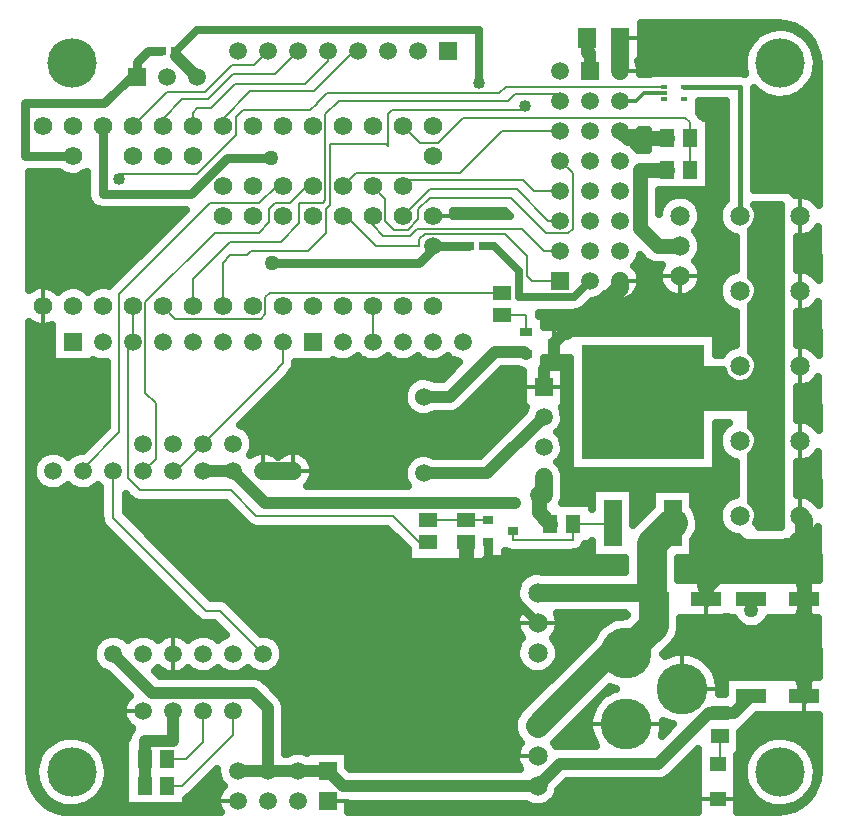
<source format=gtl>
G04 DipTrace Beta 2.9.0.1*
G04 TeensyArbotixPro.gtl*
%MOIN*%
G04 #@! TF.FileFunction,Copper,L1,Top*
G04 #@! TF.Part,Single*
G04 #@! TA.AperFunction,ViaPad*
%ADD13C,0.04*%
G04 #@! TA.AperFunction,Conductor,NotC*
%ADD14C,0.027559*%
%ADD17C,0.03*%
%ADD18C,0.008*%
%ADD19C,0.015*%
G04 #@! TA.AperFunction,ComponentPad*
%ADD20C,0.06*%
%ADD21C,0.059055*%
G04 #@! TA.AperFunction,ViaPad*
%ADD22C,0.05*%
G04 #@! TA.AperFunction,Conductor,NotC*
%ADD23C,0.011811*%
%ADD24C,0.031496*%
%ADD25C,0.03937*%
%ADD26C,0.051181*%
%ADD28C,0.1*%
%ADD29C,0.08*%
G04 #@! TA.AperFunction,CopperBalancing*
%ADD30C,0.025*%
%ADD31C,0.013*%
G04 #@! TA.AperFunction,ComponentPad*
%ADD33C,0.065199*%
%ADD34C,0.059055*%
G04 #@! TA.AperFunction,SMDPad,CuDef*
%ADD35R,0.062992X0.070866*%
%ADD37R,0.1X0.05*%
G04 #@! TA.AperFunction,ComponentPad*
%ADD38R,0.059055X0.059055*%
G04 #@! TA.AperFunction,SMDPad,CuDef*
%ADD39R,0.055118X0.047244*%
%ADD41R,0.041339X0.025591*%
%ADD42R,0.059055X0.155512*%
%ADD43R,0.409449X0.38189*%
%ADD45R,0.035433X0.031496*%
%ADD46R,0.051181X0.059055*%
%ADD47R,0.035433X0.027559*%
%ADD48R,0.059055X0.051181*%
%ADD49R,0.019685X0.017717*%
%ADD50R,0.019685X0.014764*%
%ADD51R,0.025591X0.011811*%
G04 #@! TA.AperFunction,ComponentPad*
%ADD52C,0.06194*%
%ADD53C,0.17*%
G04 #@! TA.AperFunction,ViaPad*
%ADD55C,0.165*%
%FSLAX26Y26*%
G04*
G70*
G90*
G75*
G01*
G04 Top*
%LPD*%
X2863350Y1169000D2*
D13*
Y1131000D1*
X1035850Y1594000D2*
X1135850D1*
X2325850Y2229000D2*
D14*
X2270850Y2174000D1*
X2088075D1*
Y2261441D1*
X2006516Y2343000D1*
X1971850D1*
Y2345000D1*
X935850Y794000D2*
D13*
Y693528D1*
X840850D1*
Y634000D1*
X2325850Y2929000D2*
Y2988528D1*
X2315850D1*
Y3036000D1*
X1135850Y1594000D2*
X1242858Y1486992D1*
X2075850D1*
X840850Y634000D2*
X841047Y544000D1*
X1772898Y1586047D2*
X1982898D1*
X2170850Y1774000D1*
X2150850Y544000D2*
X1500850D1*
X1450850Y594000D1*
X1350850D1*
X1250850D1*
X1150850D1*
X2758850Y786402D2*
X2805752D1*
X2863350Y844000D1*
X2758850Y786402D2*
X2721252D1*
X2553850Y619000D1*
X2225850D1*
X2150850Y544000D1*
X1250850Y594000D2*
Y803528D1*
X1200850Y853528D1*
X866323D1*
X735850Y984000D1*
X1954157Y2887000D2*
D14*
Y3065000D1*
X1016850D1*
X945850Y2994000D1*
Y2979000D1*
D13*
X1015850Y2909000D1*
X1260850Y2639000D2*
D17*
X1115850D1*
X995850Y2519000D1*
X700850D1*
Y2744000D1*
X1800850Y2344000D2*
X1919669D1*
X1920669Y2345000D1*
X1265850Y2289000D2*
X1755850D1*
X1805850Y2339000D1*
X1800850Y2344000D1*
X800850Y2144000D2*
D18*
Y2024000D1*
X785850Y2039000D1*
Y1570000D1*
X825850Y1530000D1*
X1128850D1*
X1213850Y1445000D1*
X1667850D1*
X1756252Y1356598D1*
X1785850D1*
X1000850Y2144000D2*
Y2234000D1*
X1125850Y2359000D1*
X1295850D1*
X1357243Y2420392D1*
Y2489000D1*
X1435850D1*
X1442850Y2496000D1*
Y2783000D1*
X1488850Y2829000D1*
X2053850D1*
X2076850Y2852000D1*
X2225850D1*
Y2829000D1*
X1100850Y2144000D2*
Y2289000D1*
X1125850Y2314000D1*
X1180850D1*
X1195850Y2329000D1*
X1385850D1*
X1445850Y2389000D1*
Y2469000D1*
X1458850Y2482000D1*
Y2684000D1*
X1645850D1*
X1650850Y2679000D1*
Y2784000D1*
X1665850Y2799000D1*
X2119850D1*
X2107850Y2811000D1*
X735850Y1594000D2*
Y1439000D1*
X1045850Y1129000D1*
X1090850D1*
X1235850Y984000D1*
X1400850Y2544000D2*
Y2564000D1*
X1325850Y2489000D1*
X1275850D1*
X1255850Y2469000D1*
Y2424000D1*
X1220850Y2389000D1*
X1075850D1*
X843823Y2156972D1*
Y1853610D1*
X877378Y1820055D1*
Y1635528D1*
X835850Y1594000D1*
X1300850Y2544000D2*
X1280850D1*
X1223823Y2486972D1*
X1058823D1*
X756850Y2185000D1*
Y1723000D1*
X635850Y1602000D1*
Y1594000D1*
X755850Y2569000D2*
Y2584000D1*
X1015850D1*
X1145850Y2714000D1*
Y2774000D1*
X1167850Y2796000D1*
X1391850D1*
X1414661Y2818811D1*
Y2819811D1*
X1447850Y2853000D1*
X2022850D1*
X2045346Y2875496D1*
X2572622D1*
X1600850Y2144000D2*
Y2024000D1*
X2658370Y2704000D2*
Y2756528D1*
X2642370Y2772528D1*
X1903039D1*
X1817484Y2686972D1*
X1757878D1*
X1700850Y2744000D1*
X2658134Y2599000D2*
X2658370Y2704000D1*
X1035850Y794000D2*
Y690000D1*
X979850Y634000D1*
X915654D1*
X1135850Y794000D2*
Y714000D1*
X965850Y544000D1*
X915850D1*
X1550850Y2994000D2*
X1537850D1*
X1404850Y2861000D1*
X1192850D1*
X1100850Y2769000D1*
Y2744000D1*
X1000850D2*
Y2786972D1*
X1016850Y2802972D1*
X1061823D1*
X1143850Y2885000D1*
X1375850D1*
X1450850Y2960000D1*
Y2994000D1*
X900850Y2744000D2*
Y2769000D1*
X966850Y2835000D1*
X1052850D1*
X1135850Y2918000D1*
X1274850D1*
X1350850Y2994000D1*
X1250850D2*
X1205850Y2949000D1*
X1131850D1*
X1040850Y2858000D1*
X914850D1*
X800850Y2744000D1*
X1500850Y2444000D2*
Y2454000D1*
X1610850Y2344000D1*
X1755963D1*
Y2366113D1*
X1774850Y2385000D1*
X2041634D1*
X2115854Y2310780D1*
Y2245000D1*
X2131854Y2229000D1*
X2225850D1*
Y2329000D2*
X2172469D1*
X2099469Y2402000D1*
X1749850D1*
X1726850Y2379000D1*
X1635850D1*
X1600850Y2414000D1*
Y2444000D1*
X2225850Y2429000D2*
X2185850D1*
X2080850Y2534000D1*
X1790850D1*
X1700850Y2444000D1*
X2225850Y2529000D2*
X2137917D1*
X2102917Y2564000D1*
X1700850D1*
Y2544000D1*
X900850Y2144000D2*
X943823Y2101028D1*
X1227823D1*
X1243823Y2117028D1*
Y2172803D1*
X1259823Y2188803D1*
X2030850D1*
X1600850Y2544000D2*
X1643823Y2501028D1*
Y2426028D1*
X1670850Y2399000D1*
X1717850D1*
X1752781Y2433930D1*
Y2465930D1*
X1790850Y2504000D1*
X2060850D1*
X2178323Y2386528D1*
X2251378D1*
X2267378Y2402528D1*
Y2587472D1*
X2225850Y2629000D1*
Y2729000D2*
X2032551D1*
X1891028Y2587476D1*
X1544327D1*
X1500850Y2544000D1*
X1300850Y2024000D2*
Y1953992D1*
X1284849Y1937991D1*
Y1932999D1*
X1035850Y1684000D1*
X935850Y1594000D2*
X945850D1*
X1035850Y1684000D1*
X2825850Y2444000D2*
D19*
Y2874000D1*
X2639551D1*
X3038350Y844000D2*
D22*
Y899000D1*
D20*
Y1114000D1*
D22*
Y1169000D1*
Y1224000D1*
D20*
Y1304000D1*
Y1431500D1*
X3025850Y1444000D1*
X2713350Y1169000D2*
D22*
Y1211500D1*
D20*
X2805850Y1304000D1*
X3038350D1*
X2425850Y2829000D2*
D23*
X2480437D1*
X2505752Y2854315D1*
X2569669D1*
X2150850Y1089000D2*
D24*
X1997724Y1242126D1*
X1986480Y1253370D1*
Y1356598D1*
X2170850Y1874000D2*
D25*
Y1933213D1*
X2204433Y1966795D1*
Y2021598D1*
X2425850Y2729000D2*
D26*
X2450850Y2704000D1*
X2583567D1*
X1910850Y1295417D2*
Y1356598D1*
X2425850Y2929000D2*
D20*
Y3036000D1*
X2426087D1*
X1235850Y1594000D2*
D21*
X1335850D1*
X2425850Y2229000D2*
Y2204000D1*
D20*
X2330850Y2109000D1*
X2280850D1*
X2255850Y2084000D1*
Y2073016D1*
X2245134Y2062299D1*
D25*
X2204433Y2021598D1*
X1910850Y1295417D2*
D13*
Y1259000D1*
D20*
X1935850Y1234000D1*
X1989598D1*
X1997724Y1242126D1*
X1772898Y1842000D2*
D13*
X1858654D1*
X2007789Y1991135D1*
D25*
X2106944D1*
X2113882Y1984197D1*
X2030850Y2114000D2*
D18*
X2113882D1*
Y2059000D1*
X2758850Y711598D2*
Y618055D1*
X2750850D1*
X2268252Y1419000D2*
X2400198D1*
X2400848Y1419650D1*
X2268252Y1419000D2*
Y1364252D1*
X2069157D1*
Y1394000D1*
X1986480Y1431402D2*
X1910850D1*
X1785850D1*
X2925850Y2444000D2*
D20*
Y2194000D1*
Y1944000D1*
Y1834000D1*
Y1694000D1*
Y1444000D1*
X2500850Y1825181D2*
X2925850D1*
Y1834000D1*
X2538350Y1169000D2*
D28*
X2530850Y1180904D1*
Y1349630D1*
X2600850Y1419630D1*
X2170850Y1574000D2*
D21*
Y1514472D1*
D20*
X2154140D1*
D26*
Y1458308D1*
X2193449Y1419000D1*
X2150850Y1189000D2*
D20*
X2518350D1*
D22*
X2538350Y1169000D1*
X2625850Y2344000D2*
D26*
X2552150D1*
X2490969Y2405181D1*
Y2599000D1*
X2583331D1*
X2538350Y1169000D2*
D28*
Y1114000D1*
Y1078500D1*
X2446850Y987000D1*
D29*
X2393850D1*
X2150850Y744000D1*
X894669Y2994000D2*
D17*
X853850D1*
X815850Y2956000D1*
Y2909000D1*
X795850D1*
X707026Y2820176D1*
X440850D1*
Y2644000D1*
X600850D1*
D22*
X2863350Y1131000D3*
D13*
X2107850Y2811000D3*
D55*
X2959906Y590850D3*
X597701D3*
Y2953055D3*
X2959906D3*
D13*
X1910850Y1295417D3*
X2075850Y1486992D3*
X1954157Y2887000D3*
D22*
X1265850Y2289000D3*
X1260850Y2639000D3*
D13*
X755850Y2569000D3*
X2885967Y2456631D2*
D30*
X2960655D1*
X2885967Y2431762D2*
X2960655D1*
X2874249Y2406894D2*
X2960655D1*
X2866046Y2382025D2*
X2960655D1*
X2866046Y2357156D2*
X2960655D1*
X2866046Y2332287D2*
X2960655D1*
X2866046Y2307419D2*
X2960655D1*
X2866046Y2282550D2*
X2960655D1*
X2866046Y2257681D2*
X2960655D1*
X2873077Y2232812D2*
X2960655D1*
X2885967Y2207944D2*
X2960655D1*
X2886358Y2183075D2*
X2960655D1*
X2875421Y2158206D2*
X2960655D1*
X2866046Y2133337D2*
X2960655D1*
X2866046Y2108469D2*
X2960655D1*
X2866046Y2083600D2*
X2960655D1*
X2866046Y2058731D2*
X2960655D1*
X2866046Y2033862D2*
X2960655D1*
X2866046Y2008993D2*
X2960655D1*
X2871906Y1984125D2*
X2960655D1*
X2885577Y1959256D2*
X2960655D1*
X2886749Y1934387D2*
X2960655D1*
X2416046Y1909518D2*
X2775499D1*
X2876202D2*
X2960655D1*
X2416046Y1884650D2*
X2960655D1*
X2416046Y1859781D2*
X2960655D1*
X2416046Y1834912D2*
X2960655D1*
X2416046Y1810043D2*
X2960655D1*
X2865655Y1785175D2*
X2960655D1*
X2865655Y1760306D2*
X2960655D1*
X2870343Y1735437D2*
X2960655D1*
X2885186Y1710568D2*
X2960655D1*
X2886749Y1685699D2*
X2960655D1*
X2877374Y1660831D2*
X2960655D1*
X2865655Y1635962D2*
X2960655D1*
X2865655Y1611093D2*
X2960655D1*
X2865655Y1586224D2*
X2960655D1*
X2865655Y1561356D2*
X2960655D1*
X2865655Y1536487D2*
X2960655D1*
X2865655Y1511618D2*
X2960655D1*
X2869171Y1486749D2*
X2960655D1*
X2884795Y1461881D2*
X2960655D1*
X2887139Y1437012D2*
X2960655D1*
X2887921Y1412143D2*
X2960655D1*
X2863182Y1739381D2*
X2867723Y1735696D1*
X2875545Y1725974D1*
X2881150Y1714828D1*
X2884290Y1702753D1*
X2884942Y1694000D1*
X2883625Y1681593D1*
X2879732Y1669739D1*
X2873437Y1658967D1*
X2863433Y1648626D1*
X2863182Y1489381D1*
X2867723Y1485696D1*
X2875545Y1475974D1*
X2881150Y1464828D1*
X2884290Y1452753D1*
X2884942Y1444000D1*
X2883625Y1431593D1*
X2879854Y1420109D1*
X2884827Y1413130D1*
X2887379Y1406194D1*
X2938350Y1406500D1*
X2962959D1*
X2963350Y1494000D1*
Y2481109D1*
X2875850Y2481500D1*
X2871554D1*
X2875545Y2475974D1*
X2881150Y2464828D1*
X2884290Y2452753D1*
X2884942Y2444000D1*
X2883625Y2431593D1*
X2879732Y2419739D1*
X2873437Y2408967D1*
X2863433Y2398626D1*
X2863350Y2239703D1*
X2875545Y2225974D1*
X2881150Y2214828D1*
X2884290Y2202753D1*
X2884942Y2194000D1*
X2883625Y2181593D1*
X2879732Y2169739D1*
X2873437Y2158967D1*
X2863433Y2148626D1*
X2863350Y1989703D1*
X2875545Y1975974D1*
X2881150Y1964828D1*
X2884290Y1952753D1*
X2884942Y1944000D1*
X2883625Y1931593D1*
X2879732Y1919739D1*
X2873437Y1908967D1*
X2865021Y1899756D1*
X2854858Y1892518D1*
X2843403Y1887575D1*
X2831164Y1885147D1*
X2818689Y1885344D1*
X2806533Y1888155D1*
X2795239Y1893455D1*
X2785308Y1901009D1*
X2777186Y1910480D1*
X2771232Y1921445D1*
X2768264Y1931545D1*
X2413741Y1931500D1*
X2413350Y1844000D1*
Y1806891D1*
X2500850Y1806500D1*
X2850850D1*
X2861395Y1800381D1*
X2863350Y1793609D1*
Y1739703D1*
X2498648Y3062537D2*
X2905757D1*
X3013883D2*
X3027428D1*
X2498648Y3037668D2*
X2870992D1*
X2498648Y3012799D2*
X2852243D1*
X2498648Y2987930D2*
X2841696D1*
X2498648Y2963062D2*
X2837008D1*
X2495915Y2938193D2*
X2837399D1*
X3064664Y2888455D2*
X3085055D1*
X3043961Y2863587D2*
X3085055D1*
X2874429Y2838718D2*
X2917867D1*
X3002164D2*
X3085055D1*
X2690445Y2813849D2*
X2777243D1*
X2874429D2*
X3085055D1*
X2690445Y2788980D2*
X2777243D1*
X2874429D2*
X3085055D1*
X2724820Y2764112D2*
X2777243D1*
X2874429D2*
X3085055D1*
X2724820Y2739243D2*
X2777243D1*
X2874429D2*
X3085055D1*
X2494743Y2714374D2*
X2517085D1*
X2724820D2*
X2777243D1*
X2874429D2*
X3085055D1*
X2483804Y2689505D2*
X2517085D1*
X2724820D2*
X2777243D1*
X2874429D2*
X3085055D1*
X2486148Y2664636D2*
X2516696D1*
X2724820D2*
X2777243D1*
X2874429D2*
X3085055D1*
X2724820Y2639768D2*
X2777243D1*
X2874429D2*
X3085055D1*
X2724820Y2614899D2*
X2777243D1*
X2874429D2*
X3085055D1*
X459196Y2590030D2*
X554585D1*
X2724820D2*
X2777243D1*
X2874429D2*
X3085055D1*
X459196Y2565161D2*
X644820D1*
X2724820D2*
X2777243D1*
X2874429D2*
X3085055D1*
X459196Y2540293D2*
X644820D1*
X2724820D2*
X2777243D1*
X2874429D2*
X3085055D1*
X459196Y2515424D2*
X644820D1*
X2557633D2*
X2777243D1*
X3010367D2*
X3085055D1*
X459196Y2490555D2*
X653024D1*
X2682243D2*
X2769429D1*
X459196Y2465686D2*
X694039D1*
X2695915D2*
X2755757D1*
X459196Y2440818D2*
X949899D1*
X2699429D2*
X2752243D1*
X459196Y2415949D2*
X925289D1*
X2693571D2*
X2758101D1*
X459196Y2391080D2*
X900289D1*
X2681461D2*
X2775680D1*
X459196Y2366211D2*
X875289D1*
X2695915D2*
X2809664D1*
X3017008D2*
X3085055D1*
X459196Y2341343D2*
X850680D1*
X2699429D2*
X2809664D1*
X3017008D2*
X3085055D1*
X459196Y2316474D2*
X825680D1*
X2693961D2*
X2809664D1*
X3017008D2*
X3085055D1*
X459196Y2291605D2*
X800680D1*
X2485367D2*
X2512789D1*
X2681071D2*
X2809664D1*
X3017008D2*
X3085055D1*
X459196Y2266736D2*
X776071D1*
X2484976D2*
X2556148D1*
X2695524D2*
X2809664D1*
X3017008D2*
X3085055D1*
X459196Y2241867D2*
X751071D1*
X2495133D2*
X2552243D1*
X2699429D2*
X2770601D1*
X459196Y2216999D2*
X726071D1*
X2495133D2*
X2557711D1*
X2693961D2*
X2756148D1*
X2485367Y2192130D2*
X2574899D1*
X2677164D2*
X2752243D1*
X2356852Y2167261D2*
X2394820D1*
X2456852D2*
X2757320D1*
X2315836Y2142392D2*
X2774508D1*
X2158804Y2117524D2*
X2809664D1*
X3017008D2*
X3085055D1*
X2175601Y2092655D2*
X2809664D1*
X3017008D2*
X3085055D1*
X459196Y2067786D2*
X530367D1*
X2266227D2*
X2809664D1*
X3017008D2*
X3085055D1*
X459196Y2042917D2*
X530367D1*
X2746696D2*
X2809664D1*
X3017008D2*
X3085055D1*
X459196Y2018049D2*
X530367D1*
X2746696D2*
X2809664D1*
X3017008D2*
X3085055D1*
X459196Y1993180D2*
X530367D1*
X2746696D2*
X2772164D1*
X459196Y1968311D2*
X530367D1*
X1542399D2*
X1559273D1*
X1642399D2*
X1659273D1*
X1742399D2*
X1759273D1*
X1842399D2*
X1859273D1*
X2175601D2*
X2254976D1*
X459196Y1943442D2*
X712008D1*
X1344352D2*
X1874899D1*
X2175601D2*
X2254976D1*
X459196Y1918573D2*
X712008D1*
X1327945D2*
X1849899D1*
X2020524D2*
X2100289D1*
X2241227D2*
X2254976D1*
X459196Y1893705D2*
X712008D1*
X1308024D2*
X1725289D1*
X1995524D2*
X2100289D1*
X2241227D2*
X2254976D1*
X459196Y1868836D2*
X712008D1*
X1283415D2*
X1707320D1*
X1970915D2*
X2100289D1*
X2241227D2*
X2254976D1*
X3017008D2*
X3085055D1*
X459196Y1843967D2*
X712008D1*
X1258415D2*
X1701852D1*
X1945915D2*
X2100289D1*
X2241227D2*
X2254976D1*
X3017008D2*
X3085055D1*
X459196Y1819098D2*
X712008D1*
X1233415D2*
X1705757D1*
X1920915D2*
X2100289D1*
X2241227D2*
X2254976D1*
X3017008D2*
X3085055D1*
X459196Y1794230D2*
X712008D1*
X1208804D2*
X1721383D1*
X1894743D2*
X2103415D1*
X2238492D2*
X2254976D1*
X3017008D2*
X3085055D1*
X459196Y1769361D2*
X712008D1*
X1183804D2*
X2081148D1*
X2241227D2*
X2254976D1*
X3017008D2*
X3085055D1*
X459196Y1744492D2*
X712008D1*
X1169352D2*
X2056148D1*
X2234585D2*
X2254976D1*
X2746696D2*
X2773336D1*
X459196Y1719623D2*
X690915D1*
X1196304D2*
X2031148D1*
X2223648D2*
X2254976D1*
X459196Y1694755D2*
X665915D1*
X1205680D2*
X2006539D1*
X2238101D2*
X2254976D1*
X459196Y1669886D2*
X641304D1*
X1204899D2*
X1981539D1*
X2241227D2*
X2254976D1*
X459196Y1645017D2*
X488180D1*
X1383415D2*
X1736617D1*
X1809196D2*
X1956539D1*
X2234976D2*
X2254976D1*
X2746696D2*
X2771773D1*
X1400992Y1620148D2*
X1711617D1*
X2223257D2*
X2254976D1*
X2746696D2*
X2809664D1*
X3017008D2*
X3085055D1*
X1406461Y1595280D2*
X1703024D1*
X2238101D2*
X2809664D1*
X3017008D2*
X3085055D1*
X1402164Y1570411D2*
X1704196D1*
X2241227D2*
X2809664D1*
X3017008D2*
X3085055D1*
X459196Y1545542D2*
X485445D1*
X1386148D2*
X1715915D1*
X2241227D2*
X2809664D1*
X3017008D2*
X3085055D1*
X459196Y1520673D2*
X690915D1*
X2241617D2*
X2330367D1*
X2471304D2*
X2530367D1*
X2671304D2*
X2809664D1*
X3017008D2*
X3085055D1*
X459196Y1495804D2*
X690915D1*
X780680D2*
X797945D1*
X2239273D2*
X2330367D1*
X2471304D2*
X2530367D1*
X2671304D2*
X2774508D1*
X459196Y1470936D2*
X690915D1*
X780680D2*
X1125289D1*
X2471304D2*
X2524508D1*
X2675601D2*
X2757711D1*
X459196Y1446067D2*
X690915D1*
X791227D2*
X1150289D1*
X2471304D2*
X2499508D1*
X2687711D2*
X2752243D1*
X459196Y1421198D2*
X694820D1*
X816227D2*
X1174899D1*
X2692008D2*
X2756148D1*
X459196Y1396329D2*
X715915D1*
X841227D2*
X1653804D1*
X2688883D2*
X2770601D1*
X459196Y1371461D2*
X740915D1*
X865836D2*
X1678804D1*
X2677555D2*
X2817085D1*
X3009585D2*
X3085055D1*
X459196Y1346592D2*
X765524D1*
X890836D2*
X1703804D1*
X2309585D2*
X2330367D1*
X2671304D2*
X3085055D1*
X459196Y1321723D2*
X790524D1*
X915836D2*
X1715133D1*
X2045133D2*
X2330367D1*
X2671304D2*
X3085055D1*
X459196Y1296854D2*
X815524D1*
X940445D2*
X1715133D1*
X1981461D2*
X2439743D1*
X2621696D2*
X3085055D1*
X459196Y1271986D2*
X840133D1*
X965445D2*
X2439743D1*
X2621696D2*
X3085055D1*
X459196Y1247117D2*
X865133D1*
X990445D2*
X2107320D1*
X2621696D2*
X3085055D1*
X459196Y1222248D2*
X890133D1*
X1015055D2*
X2085445D1*
X459196Y1197379D2*
X914743D1*
X1040055D2*
X2077633D1*
X459196Y1172510D2*
X939743D1*
X1065055D2*
X2079196D1*
X459196Y1147642D2*
X964743D1*
X1134976D2*
X2090524D1*
X459196Y1122773D2*
X989352D1*
X1159585D2*
X2085836D1*
X459196Y1097904D2*
X1014352D1*
X1184585D2*
X2077633D1*
X2224039D2*
X2390133D1*
X2629508D2*
X2806539D1*
X2920133D2*
X3085055D1*
X459196Y1073035D2*
X1084273D1*
X1209585D2*
X2079196D1*
X2222476D2*
X2355757D1*
X2629117D2*
X2835055D1*
X2891617D2*
X3085055D1*
X459196Y1048167D2*
X710836D1*
X760757D2*
X810836D1*
X860757D2*
X910836D1*
X960757D2*
X1010836D1*
X1060757D2*
X1109273D1*
X1260757D2*
X2090133D1*
X2211539D2*
X2337008D1*
X2624039D2*
X3085055D1*
X459196Y1023298D2*
X677633D1*
X1293961D2*
X2086227D1*
X2215445D2*
X2316696D1*
X2609976D2*
X3085055D1*
X459196Y998429D2*
X666696D1*
X1304899D2*
X2078024D1*
X2223648D2*
X2291696D1*
X2585757D2*
X3085055D1*
X459196Y973560D2*
X666304D1*
X1305680D2*
X2078804D1*
X2222867D2*
X2267085D1*
X2699820D2*
X3085055D1*
X459196Y948692D2*
X675289D1*
X1296304D2*
X2089743D1*
X2211929D2*
X2242085D1*
X2728727D2*
X3085055D1*
X459196Y923823D2*
X701461D1*
X881071D2*
X901461D1*
X970133D2*
X1001461D1*
X1070133D2*
X1101461D1*
X1170133D2*
X1201461D1*
X1270133D2*
X2119820D1*
X2181852D2*
X2217085D1*
X2745133D2*
X3085055D1*
X459196Y898954D2*
X735836D1*
X1240055D2*
X2192476D1*
X2754117D2*
X2772164D1*
X459196Y874085D2*
X760445D1*
X1265445D2*
X2167476D1*
X2757633D2*
X2772164D1*
X459196Y849217D2*
X785445D1*
X1290445D2*
X2142476D1*
X459196Y824348D2*
X772555D1*
X1308024D2*
X2117867D1*
X459196Y799479D2*
X765524D1*
X1311929D2*
X2092867D1*
X459196Y774610D2*
X768257D1*
X1311929D2*
X2076071D1*
X2295133D2*
X2323336D1*
X2879117D2*
X3085055D1*
X459196Y749741D2*
X781539D1*
X1311929D2*
X2070211D1*
X2270133D2*
X2320992D1*
X2572867D2*
X2596773D1*
X2854508D2*
X3085055D1*
X459196Y724873D2*
X788961D1*
X1311929D2*
X2072164D1*
X2245133D2*
X2323727D1*
X2829508D2*
X3085055D1*
X459196Y700004D2*
X542867D1*
X652555D2*
X774117D1*
X1311929D2*
X2083492D1*
X2220524D2*
X2331929D1*
X2829508D2*
X2905367D1*
X3014664D2*
X3085055D1*
X459196Y675135D2*
X508492D1*
X686929D2*
X774117D1*
X1311929D2*
X2084273D1*
X2829508D2*
X2870601D1*
X3049039D2*
X3085055D1*
X459196Y650266D2*
X489743D1*
X705680D2*
X774117D1*
X1521304D2*
X2077633D1*
X2829508D2*
X2851852D1*
X3067789D2*
X3085055D1*
X459196Y625398D2*
X479196D1*
X716227D2*
X774117D1*
X1521304D2*
X2079585D1*
X2645524D2*
X2682320D1*
X2819352D2*
X2841304D1*
X459196Y600529D2*
X474736D1*
X720915D2*
X774117D1*
X2620524D2*
X2682320D1*
X2819352D2*
X2836617D1*
X460757Y575660D2*
X475005D1*
X720133D2*
X774117D1*
X1059976D2*
X1082711D1*
X2595524D2*
X2682320D1*
X2819352D2*
X2837399D1*
X465836Y550791D2*
X481148D1*
X714273D2*
X774508D1*
X1035367D2*
X1095992D1*
X2242789D2*
X2682320D1*
X2819352D2*
X2843257D1*
X476383Y525923D2*
X493257D1*
X702164D2*
X774508D1*
X1010367D2*
X1088180D1*
X2222085D2*
X2682320D1*
X2819352D2*
X2855367D1*
X494352Y501054D2*
X513961D1*
X681461D2*
X774508D1*
X982633D2*
X1080757D1*
X2209976D2*
X2682320D1*
X2819352D2*
X2876461D1*
X524039Y476185D2*
X556539D1*
X638883D2*
X774508D1*
X982633D2*
X1082711D1*
X1521304D2*
X2126852D1*
X2174820D2*
X2682320D1*
X2819352D2*
X2918648D1*
X3000992D2*
X3019039D1*
X2100727Y1138948D2*
X2095577Y1144278D1*
X2088606Y1154635D1*
X2083556Y1166052D1*
X2080580Y1178176D1*
X2079769Y1190634D1*
X2081151Y1203041D1*
X2084681Y1215014D1*
X2090251Y1226188D1*
X2097689Y1236214D1*
X2106766Y1244783D1*
X2117203Y1251634D1*
X2128677Y1256554D1*
X2140835Y1259391D1*
X2153301Y1260058D1*
X2169047Y1257503D1*
X2442647Y1257500D1*
X2442350Y1303169D1*
X2332820Y1303394D1*
X2332343Y1362028D1*
Y1350972D1*
X2308514D1*
X2305791Y1344324D1*
X2298402Y1334298D1*
X2288424Y1326844D1*
X2276713Y1322602D1*
X2255752Y1321752D1*
X2069157D1*
X2056837Y1323577D1*
X2045286Y1329156D1*
X2042697Y1328346D1*
Y1302350D1*
X1978869D1*
X1978878Y1292508D1*
X1717823D1*
X1717361Y1335385D1*
X1650241Y1402505D1*
X1213850Y1402500D1*
X1201530Y1404325D1*
X1190383Y1409567D1*
X1174959Y1423786D1*
X1111154Y1487592D1*
X825850Y1487500D1*
X813530Y1489325D1*
X802383Y1494567D1*
X786959Y1508786D1*
X778396Y1517349D1*
X778350Y1456891D1*
X986873Y1248081D1*
X1063385Y1171570D1*
X1090850Y1171500D1*
X1103171Y1169675D1*
X1114318Y1164433D1*
X1129741Y1150213D1*
X1228349Y1051605D1*
X1240276Y1051883D1*
X1252604Y1049932D1*
X1264369Y1045761D1*
X1275173Y1039510D1*
X1284655Y1031391D1*
X1292492Y1021676D1*
X1298423Y1010693D1*
X1302247Y998810D1*
X1303878Y984000D1*
X1302732Y971571D1*
X1299336Y959559D1*
X1293801Y948370D1*
X1286315Y938382D1*
X1277131Y929929D1*
X1266556Y923297D1*
X1254948Y918709D1*
X1242697Y916318D1*
X1230214Y916206D1*
X1217923Y918378D1*
X1206234Y922759D1*
X1195542Y929201D1*
X1185969Y937795D1*
X1177131Y929929D1*
X1166556Y923297D1*
X1154948Y918709D1*
X1142697Y916318D1*
X1130214Y916206D1*
X1117923Y918378D1*
X1106234Y922759D1*
X1095542Y929201D1*
X1085969Y937795D1*
X1077131Y929929D1*
X1066556Y923297D1*
X1054948Y918709D1*
X1042697Y916318D1*
X1030214Y916206D1*
X1017923Y918378D1*
X1006234Y922759D1*
X995542Y929201D1*
X985969Y937795D1*
X975117Y928449D1*
X964304Y922210D1*
X952535Y918050D1*
X940205Y916112D1*
X927727Y916459D1*
X915524Y919080D1*
X904004Y923887D1*
X893556Y930718D1*
X885841Y937894D1*
X874156Y928063D1*
X890740Y911843D1*
X1091323Y912028D1*
X1200850D1*
X1213256Y910697D1*
X1225096Y906766D1*
X1235563Y900615D1*
X1251055Y886055D1*
X1292217Y844894D1*
X1300047Y835181D1*
X1305640Y824029D1*
X1308693Y812278D1*
X1309350Y791028D1*
Y652356D1*
X1316085Y652500D1*
X1330591Y658941D1*
X1342797Y661549D1*
X1355276Y661883D1*
X1367604Y659932D1*
X1383083Y653613D1*
X1382823Y662028D1*
X1518878D1*
Y608512D1*
X1525850Y602500D1*
X2093429D1*
X2088606Y609635D1*
X2083556Y621052D1*
X2080580Y633176D1*
X2079769Y645634D1*
X2081151Y658041D1*
X2084681Y670014D1*
X2090251Y681188D1*
X2095332Y688399D1*
X2086266Y699378D1*
X2080008Y710184D1*
X2075542Y721844D1*
X2072982Y734066D1*
X2072391Y746538D1*
X2073786Y758948D1*
X2077131Y770978D1*
X2082341Y782325D1*
X2089286Y792703D1*
X2113020Y817185D1*
X2334944Y1039109D1*
X2345155Y1057073D1*
X2352756Y1066991D1*
X2361320Y1076089D1*
X2370760Y1084276D1*
X2380978Y1091466D1*
X2391870Y1097587D1*
X2403325Y1102576D1*
X2415227Y1106382D1*
X2427451Y1108967D1*
X2444950Y1110333D1*
X2449734Y1115042D1*
X2443350Y1120500D1*
X2214835D1*
X2219365Y1107999D1*
X2221631Y1095723D1*
X2221555Y1081514D1*
X2219156Y1069262D1*
X2214651Y1057619D1*
X2208178Y1046945D1*
X2201440Y1039049D1*
X2207136Y1032440D1*
X2213867Y1021925D1*
X2218655Y1010396D1*
X2221352Y998207D1*
X2221950Y989000D1*
X2220854Y976564D1*
X2217600Y964512D1*
X2212287Y953215D1*
X2205081Y943021D1*
X2196203Y934244D1*
X2185928Y927155D1*
X2174570Y921974D1*
X2162482Y918858D1*
X2150034Y917906D1*
X2137612Y919144D1*
X2125597Y922537D1*
X2114362Y927978D1*
X2104251Y935301D1*
X2095577Y944278D1*
X2088606Y954635D1*
X2083556Y966052D1*
X2080580Y978176D1*
X2079769Y990634D1*
X2081151Y1003041D1*
X2084681Y1015014D1*
X2090251Y1026188D1*
X2100243Y1038623D1*
X2091176Y1050346D1*
X2085335Y1061381D1*
X2081513Y1073265D1*
X2079831Y1085635D1*
X2080336Y1098109D1*
X2083017Y1110302D1*
X2087787Y1121837D1*
X2094504Y1132361D1*
X2100315Y1138999D1*
X2206307Y688476D2*
X2213867Y676925D1*
X2217100Y676843D1*
X2238350Y677500D1*
X2347167Y677874D1*
X2337869Y692682D1*
X2330756Y708656D1*
X2325971Y725474D1*
X2323609Y742798D1*
X2323717Y760283D1*
X2326293Y777577D1*
X2331286Y794335D1*
X2338596Y810219D1*
X2348075Y824912D1*
X2359534Y838119D1*
X2372744Y849575D1*
X2387440Y859050D1*
X2403325Y866356D1*
X2410795Y868896D1*
X2393822Y875524D1*
X2316776Y798909D1*
X2206062Y688239D1*
X2217823Y676906D1*
X2220752Y531188D2*
X2217600Y519512D1*
X2212287Y508215D1*
X2205081Y498021D1*
X2196203Y489244D1*
X2185928Y482155D1*
X2174570Y476974D1*
X2162482Y473858D1*
X2150034Y472906D1*
X2137612Y474144D1*
X2125597Y477537D1*
X2110886Y485495D1*
X1519210Y485500D1*
X1518878Y472028D1*
Y456480D1*
X2684829Y456500D1*
X2684791Y667261D1*
X2595217Y577634D1*
X2585504Y569803D1*
X2574352Y564210D1*
X2562601Y561157D1*
X2541350Y560500D1*
X2249538Y559957D1*
X2220537Y530954D1*
X785990Y1030056D2*
X793612Y1037325D1*
X804066Y1044146D1*
X815591Y1048941D1*
X827797Y1051549D1*
X840276Y1051883D1*
X852604Y1049932D1*
X864369Y1045761D1*
X875173Y1039510D1*
X885879Y1029873D1*
X891680Y1035738D1*
X901877Y1042937D1*
X913218Y1048152D1*
X925320Y1051207D1*
X937778Y1052000D1*
X950171Y1050504D1*
X962080Y1046768D1*
X973108Y1040919D1*
X982881Y1033152D1*
X985882Y1030080D1*
X993612Y1037325D1*
X1004066Y1044146D1*
X1015591Y1048941D1*
X1027797Y1051549D1*
X1040276Y1051883D1*
X1052604Y1049932D1*
X1064369Y1045761D1*
X1075173Y1039510D1*
X1085879Y1029873D1*
X1093612Y1037325D1*
X1104066Y1044146D1*
X1112349Y1047592D1*
X1073492Y1086255D1*
X1045850Y1086500D1*
X1033530Y1088325D1*
X1022383Y1093567D1*
X1006959Y1107787D1*
X705798Y1408948D1*
X698377Y1418950D1*
X694201Y1430539D1*
X693350Y1451500D1*
Y1540953D1*
X685969Y1547795D1*
X677131Y1539929D1*
X666556Y1533297D1*
X654948Y1528709D1*
X642697Y1526318D1*
X630214Y1526206D1*
X617923Y1528378D1*
X606234Y1532759D1*
X595542Y1539201D1*
X585969Y1547795D1*
X577131Y1539929D1*
X566556Y1533297D1*
X554948Y1528709D1*
X542697Y1526318D1*
X530214Y1526206D1*
X517923Y1528378D1*
X506234Y1532759D1*
X495542Y1539201D1*
X486207Y1547488D1*
X478545Y1557341D1*
X472811Y1568429D1*
X469201Y1580378D1*
X467833Y1592785D1*
X468757Y1605234D1*
X471938Y1617303D1*
X477273Y1628589D1*
X484579Y1638710D1*
X493612Y1647325D1*
X504066Y1654146D1*
X515591Y1658941D1*
X527797Y1661549D1*
X540276Y1661883D1*
X552604Y1659932D1*
X564369Y1655761D1*
X575173Y1649510D1*
X585879Y1639873D1*
X593612Y1647325D1*
X604066Y1654146D1*
X615591Y1658941D1*
X627797Y1661549D1*
X635206Y1661748D1*
X714350Y1740604D1*
Y1956984D1*
X695214Y1956206D1*
X682923Y1958378D1*
X668895Y1964167D1*
X668878Y1955972D1*
X532823D1*
Y2082009D1*
X519732Y2077146D1*
X507463Y2074845D1*
X494980Y2074778D1*
X482686Y2076946D1*
X470980Y2081280D1*
X460238Y2087638D1*
X456472Y2090558D1*
X456500Y593769D1*
X458774Y567588D1*
X464862Y544848D1*
X474765Y523669D1*
X488196Y504531D1*
X504744Y488016D1*
X523908Y474626D1*
X545108Y464768D1*
X567698Y458739D1*
X593522Y456505D1*
X1094205Y456500D1*
X1088794Y466130D1*
X1084747Y477938D1*
X1082924Y490287D1*
X1083390Y502761D1*
X1086126Y514940D1*
X1091041Y526413D1*
X1097971Y536795D1*
X1104753Y544026D1*
X1093545Y557341D1*
X1087811Y568429D1*
X1084201Y580378D1*
X1082833Y592785D1*
X1083497Y601732D1*
X995903Y513948D1*
X985656Y506459D1*
X979941Y499528D1*
Y475972D1*
X776957D1*
X776760Y702028D1*
X782619D1*
X787612Y717773D1*
X794228Y728798D1*
X799549Y734900D1*
X799675Y736388D1*
X789757Y743969D1*
X781392Y753232D1*
X774860Y763869D1*
X770381Y775520D1*
X768106Y787794D1*
X768113Y800276D1*
X770400Y812547D1*
X774891Y824194D1*
X781434Y834824D1*
X789810Y844080D1*
X791505Y845581D1*
X719167Y917951D1*
X706234Y922759D1*
X695542Y929201D1*
X686207Y937488D1*
X678545Y947341D1*
X672811Y958429D1*
X669201Y970378D1*
X667833Y982785D1*
X668757Y995234D1*
X671938Y1007303D1*
X677273Y1018589D1*
X684579Y1028710D1*
X693612Y1037325D1*
X704066Y1044146D1*
X715591Y1048941D1*
X727797Y1051549D1*
X740276Y1051883D1*
X752604Y1049932D1*
X764369Y1045761D1*
X775173Y1039510D1*
X785879Y1029873D1*
X1202732Y1671571D2*
X1199336Y1659559D1*
X1192164Y1646185D1*
X1204066Y1654146D1*
X1215591Y1658941D1*
X1227797Y1661549D1*
X1240276Y1661883D1*
X1252604Y1659932D1*
X1264369Y1655761D1*
X1275173Y1649510D1*
X1284655Y1641391D1*
X1286256Y1640563D1*
X1295598Y1648841D1*
X1306297Y1655273D1*
X1317990Y1659642D1*
X1330285Y1661799D1*
X1342766Y1661675D1*
X1355014Y1659272D1*
X1366619Y1654672D1*
X1377186Y1648029D1*
X1386362Y1639566D1*
X1393837Y1629570D1*
X1399361Y1618375D1*
X1402745Y1606361D1*
X1403878Y1594000D1*
X1402732Y1581571D1*
X1399336Y1569559D1*
X1393801Y1558370D1*
X1386315Y1548382D1*
X1383551Y1545514D1*
X1718249Y1545492D1*
X1709858Y1560476D1*
X1706248Y1572425D1*
X1704881Y1584832D1*
X1705804Y1597281D1*
X1708986Y1609350D1*
X1714320Y1620636D1*
X1721626Y1630757D1*
X1730659Y1639373D1*
X1741113Y1646193D1*
X1752638Y1650988D1*
X1764844Y1653596D1*
X1777323Y1653930D1*
X1789651Y1651979D1*
X1801416Y1647808D1*
X1807156Y1644488D1*
X1958445Y1644547D1*
X2104774Y1790655D1*
X2111106Y1806121D1*
X2102823Y1805972D1*
Y1927144D1*
X2094366Y1929382D1*
X2085551Y1932902D1*
X2054713Y1933293D1*
X2032335Y1932950D1*
X1900020Y1800634D1*
X1890307Y1792803D1*
X1879155Y1787210D1*
X1867404Y1784157D1*
X1846154Y1783500D1*
X1808262D1*
X1792710Y1776428D1*
X1780482Y1773921D1*
X1768001Y1773676D1*
X1755684Y1775698D1*
X1743938Y1779923D1*
X1733154Y1786209D1*
X1723689Y1794348D1*
X1715858Y1804068D1*
X1709923Y1815050D1*
X1706077Y1826925D1*
X1704451Y1839302D1*
X1705097Y1851768D1*
X1707996Y1863909D1*
X1713050Y1875323D1*
X1720091Y1885630D1*
X1728885Y1894490D1*
X1739140Y1901605D1*
X1750517Y1906741D1*
X1762638Y1909727D1*
X1775098Y1910465D1*
X1787487Y1908928D1*
X1799390Y1905169D1*
X1808001Y1900594D1*
X1834226Y1900500D1*
X1890484Y1956563D1*
X1871234Y1962759D1*
X1860542Y1969201D1*
X1850969Y1977795D1*
X1842131Y1969929D1*
X1831556Y1963297D1*
X1819948Y1958709D1*
X1807697Y1956318D1*
X1795214Y1956206D1*
X1782923Y1958378D1*
X1771234Y1962759D1*
X1760542Y1969201D1*
X1750969Y1977795D1*
X1742131Y1969929D1*
X1731556Y1963297D1*
X1719948Y1958709D1*
X1707697Y1956318D1*
X1695214Y1956206D1*
X1682923Y1958378D1*
X1671234Y1962759D1*
X1660542Y1969201D1*
X1650969Y1977795D1*
X1642131Y1969929D1*
X1631556Y1963297D1*
X1619948Y1958709D1*
X1607697Y1956318D1*
X1595214Y1956206D1*
X1582923Y1958378D1*
X1571234Y1962759D1*
X1560542Y1969201D1*
X1550969Y1977795D1*
X1542131Y1969929D1*
X1531556Y1963297D1*
X1519948Y1958709D1*
X1507697Y1956318D1*
X1495214Y1956206D1*
X1482923Y1958378D1*
X1468895Y1964167D1*
X1468878Y1955972D1*
X1343533D1*
X1341525Y1941672D1*
X1336283Y1930525D1*
X1324550Y1917587D1*
X1319278Y1908081D1*
X1306063Y1894108D1*
X1159945Y1747991D1*
X1175173Y1739510D1*
X1184655Y1731391D1*
X1192492Y1721676D1*
X1198423Y1710693D1*
X1202247Y1698810D1*
X1203878Y1684000D1*
X1202732Y1671571D1*
X2496083Y3087354D2*
Y2962067D1*
X2485223D1*
X2490214Y2951025D1*
X2493155Y2938895D1*
X2493832Y2926500D1*
X2492978Y2918034D1*
X2524643Y2917996D1*
X2524280Y2921378D1*
X2620965Y2920987D1*
X2687894Y2921358D1*
Y2920186D1*
X2825850Y2920000D1*
X2841164Y2917322D1*
X2842638Y2923232D1*
X2840188Y2935484D1*
X2839014Y2947924D1*
X2839130Y2960417D1*
X2840533Y2972833D1*
X2843209Y2985038D1*
X2847129Y2996902D1*
X2852252Y3008298D1*
X2858522Y3019104D1*
X2865874Y3029207D1*
X2874228Y3038497D1*
X2883496Y3046878D1*
X2893579Y3054257D1*
X2904369Y3060556D1*
X2915751Y3065711D1*
X2927602Y3069664D1*
X2939801Y3072373D1*
X2952211Y3073810D1*
X2964705Y3073959D1*
X2977147Y3072820D1*
X2989406Y3070404D1*
X3001350Y3066736D1*
X3012852Y3061856D1*
X3023790Y3055816D1*
X3034046Y3048680D1*
X3043512Y3040525D1*
X3052087Y3031437D1*
X3059677Y3021513D1*
X3066205Y3010860D1*
X3071600Y2999589D1*
X3075803Y2987823D1*
X3078770Y2975686D1*
X3080906Y2953055D1*
X3080260Y2940577D1*
X3078332Y2928232D1*
X3075140Y2916152D1*
X3070720Y2904466D1*
X3065119Y2893298D1*
X3058396Y2882766D1*
X3050623Y2872984D1*
X3041882Y2864056D1*
X3032268Y2856077D1*
X3021881Y2849133D1*
X3010833Y2843295D1*
X2999244Y2838629D1*
X2987234Y2835181D1*
X2974933Y2832992D1*
X2962471Y2832083D1*
X2949983Y2832463D1*
X2937600Y2834129D1*
X2925455Y2837063D1*
X2913677Y2841234D1*
X2902392Y2846597D1*
X2891722Y2853096D1*
X2881777Y2860660D1*
X2871898Y2870094D1*
X2871850Y2532203D1*
X2950850Y2532500D1*
X2975850D1*
X2988133Y2530488D1*
X2999130Y2524664D1*
X3008934Y2513572D1*
X3023302Y2515054D1*
X3035768Y2514404D1*
X3047929Y2511584D1*
X3059411Y2506681D1*
X3069856Y2499845D1*
X3078945Y2491287D1*
X3087392Y2479591D1*
X3087406Y2949915D1*
X3084539Y2979080D1*
X3076915Y3004302D1*
X3064538Y3027480D1*
X3047877Y3047798D1*
X3027571Y3064478D1*
X3004403Y3076873D1*
X2979261Y3084510D1*
X2949954Y3087407D1*
X2496303Y3087404D1*
X2618991Y1232500D2*
X2626850Y1232109D1*
X2634850Y1232500D1*
X2951850Y1232109D1*
X2959850Y1232500D1*
X3087429D1*
X3087287Y1408215D1*
X3080081Y1398021D1*
X3071203Y1389244D1*
X3060928Y1382155D1*
X3049570Y1376974D1*
X3037482Y1373858D1*
X3025034Y1372906D1*
X3012612Y1374144D1*
X3009329Y1374857D1*
X3006514Y1370720D1*
X2997487Y1362155D1*
X2984235Y1356424D1*
X2963350Y1355500D1*
X2850850D1*
X2838568Y1357512D1*
X2827571Y1363336D1*
X2818841Y1372717D1*
X2800597Y1377537D1*
X2789362Y1382978D1*
X2779251Y1390301D1*
X2770577Y1399278D1*
X2763606Y1409635D1*
X2758556Y1421052D1*
X2755580Y1433176D1*
X2754769Y1445634D1*
X2756151Y1458041D1*
X2759681Y1470014D1*
X2765251Y1481188D1*
X2772689Y1491214D1*
X2781766Y1499783D1*
X2792203Y1506634D1*
X2803677Y1511554D1*
X2812415Y1513593D1*
X2812350Y1624079D1*
X2800597Y1627537D1*
X2789362Y1632978D1*
X2779251Y1640301D1*
X2770577Y1649278D1*
X2763606Y1659635D1*
X2758556Y1671052D1*
X2755580Y1683176D1*
X2754769Y1695634D1*
X2756151Y1708041D1*
X2759681Y1720014D1*
X2765251Y1731188D1*
X2772689Y1741214D1*
X2781766Y1749783D1*
X2790572Y1755564D1*
X2744210Y1755500D1*
X2744075Y1595736D1*
X2257626D1*
Y1970345D1*
X2173055Y1970303D1*
X2173051Y1942133D1*
X2238878Y1942028D1*
Y1805972D1*
X2230831D1*
X2237247Y1788810D1*
X2238878Y1774000D1*
X2237732Y1761571D1*
X2234336Y1749559D1*
X2228801Y1738370D1*
X2221315Y1728382D1*
X2217010Y1724420D1*
X2227492Y1711676D1*
X2233423Y1700693D1*
X2237247Y1688810D1*
X2238878Y1674000D1*
X2237732Y1661571D1*
X2234336Y1649559D1*
X2228801Y1638370D1*
X2221315Y1628382D1*
X2217010Y1624420D1*
X2228156Y1610659D1*
X2233888Y1599571D1*
X2237500Y1587622D1*
X2238878Y1574000D1*
X2239245Y1510675D1*
X2237727Y1499651D1*
X2233361Y1486839D1*
X2332343Y1487028D1*
X2332820Y1465894D1*
Y1535906D1*
X2468875D1*
Y1412858D1*
X2532937Y1476875D1*
X2532823Y1535886D1*
X2668878D1*
Y1476121D1*
X2677651Y1463606D1*
X2683077Y1452357D1*
X2686865Y1440457D1*
X2688941Y1428140D1*
X2689261Y1415655D1*
X2687822Y1403248D1*
X2684648Y1391168D1*
X2679808Y1379655D1*
X2673394Y1368938D1*
X2668728Y1363175D1*
X2668878Y1303374D1*
X2619269D1*
X2619350Y1232833D1*
X2774898Y1105500D2*
X2626929D1*
X2626850Y1078500D1*
X2625970Y1066042D1*
X2623343Y1053831D1*
X2619024Y1042112D1*
X2613098Y1031118D1*
X2600929Y1015921D1*
X2570270Y985261D1*
X2574682Y978341D1*
X2590714Y985323D1*
X2607570Y989971D1*
X2624913Y992193D1*
X2642398Y991942D1*
X2659671Y989224D1*
X2676386Y984096D1*
X2692210Y976656D1*
X2706825Y967058D1*
X2719938Y955491D1*
X2731286Y942188D1*
X2740642Y927416D1*
X2747816Y911471D1*
X2752668Y894672D1*
X2755100Y877357D1*
X2754986Y858900D1*
X2753999Y850445D1*
X2774807Y850492D1*
X2774850Y907500D1*
X2951850Y907109D1*
X2959850Y907500D1*
X3087429D1*
X3086850Y1105500D1*
X2921773D1*
X2916096Y1095642D1*
X2908161Y1086009D1*
X2898497Y1078113D1*
X2887474Y1072261D1*
X2875520Y1068677D1*
X2863096Y1067500D1*
X2850681Y1068777D1*
X2838756Y1072457D1*
X2827781Y1078396D1*
X2818180Y1086369D1*
X2810324Y1096066D1*
X2805423Y1105386D1*
X2774850Y1105891D1*
X3087398Y780500D2*
X2882710D1*
X2847118Y745035D1*
X2837341Y737211D1*
X2826878Y725492D1*
X2826488Y722311D1*
X2826878Y650689D1*
Y647508D1*
X2817113D1*
X2816909Y456520D1*
X2949890Y456500D1*
X2979080Y459366D1*
X3004301Y466991D1*
X2999244Y476424D1*
X2987234Y472976D1*
X2974933Y470787D1*
X2962471Y469878D1*
X2949983Y470259D1*
X2937600Y471924D1*
X2925455Y474858D1*
X2913677Y479029D1*
X2902392Y484392D1*
X2891722Y490891D1*
X2881777Y498455D1*
X2872665Y507004D1*
X2864484Y516448D1*
X2857320Y526685D1*
X2851251Y537606D1*
X2846339Y549094D1*
X2842638Y561028D1*
X2840188Y573280D1*
X2839014Y585719D1*
X2839130Y598213D1*
X2840533Y610629D1*
X2843209Y622833D1*
X2847129Y634697D1*
X2852252Y646093D1*
X2858522Y656899D1*
X2865874Y667003D1*
X2874228Y676293D1*
X2883496Y684673D1*
X2893579Y692052D1*
X2904369Y698352D1*
X2915751Y703507D1*
X2927602Y707459D1*
X2939801Y710168D1*
X2952211Y711605D1*
X2964705Y711755D1*
X2977147Y710615D1*
X2989406Y708199D1*
X3001350Y704531D1*
X3012852Y699651D1*
X3023790Y693612D1*
X3034046Y686475D1*
X3043512Y678320D1*
X3052087Y669232D1*
X3059677Y659308D1*
X3066205Y648655D1*
X3071600Y637385D1*
X3075803Y625618D1*
X3078770Y613482D1*
X3080906Y590850D1*
X3080260Y578373D1*
X3078332Y566028D1*
X3075140Y553948D1*
X3070720Y542261D1*
X3065119Y531093D1*
X3058396Y520562D1*
X3050623Y510780D1*
X3041882Y501852D1*
X3032268Y493873D1*
X3021881Y486928D1*
X3010833Y481091D1*
X2999244Y476424D1*
X3004301Y466978D1*
X3027480Y479367D1*
X3047799Y496030D1*
X3064476Y516335D1*
X3076874Y539504D1*
X3084513Y564647D1*
X3087409Y593951D1*
X3087407Y780415D1*
X2493832Y2726500D2*
X2492231Y2714121D1*
X2488395Y2702243D1*
X2482453Y2691265D1*
X2474605Y2681559D1*
X2471967Y2679005D1*
X2481070Y2668732D1*
X2484908Y2662752D1*
X2519484Y2663091D1*
X2519476Y2729957D1*
X2493542Y2730028D1*
X2493832Y2726500D1*
X2492064Y2313438D2*
X2488395Y2302243D1*
X2482453Y2291265D1*
X2474605Y2281559D1*
X2471967Y2279005D1*
X2481070Y2268732D1*
X2487399Y2257974D1*
X2491657Y2246240D1*
X2493699Y2233925D1*
X2493465Y2221516D1*
X2490959Y2209287D1*
X2486261Y2197722D1*
X2479529Y2187211D1*
X2470990Y2178106D1*
X2460930Y2170715D1*
X2449690Y2165286D1*
X2437648Y2162003D1*
X2425207Y2160975D1*
X2412790Y2162238D1*
X2400811Y2165748D1*
X2389675Y2171388D1*
X2379757Y2178969D1*
X2375841Y2182894D1*
X2367131Y2174929D1*
X2356556Y2168297D1*
X2344948Y2163709D1*
X2332306Y2161314D1*
X2307818Y2137033D1*
X2298010Y2129329D1*
X2286659Y2124168D1*
X2270850Y2121720D1*
X2155615D1*
X2156382Y2110484D1*
X2173051Y2110295D1*
Y2073185D1*
X2200264Y2072894D1*
X2263602D1*
Y2054690D1*
X2744075Y2054626D1*
Y1982361D1*
X2766085Y1982500D1*
X2772689Y1991214D1*
X2781766Y1999783D1*
X2792203Y2006634D1*
X2803677Y2011554D1*
X2812415Y2013593D1*
X2812350Y2124079D1*
X2800597Y2127537D1*
X2789362Y2132978D1*
X2779251Y2140301D1*
X2770577Y2149278D1*
X2763606Y2159635D1*
X2758556Y2171052D1*
X2755580Y2183176D1*
X2754769Y2195634D1*
X2756151Y2208041D1*
X2759681Y2220014D1*
X2765251Y2231188D1*
X2772689Y2241214D1*
X2781766Y2249783D1*
X2792203Y2256634D1*
X2803677Y2261554D1*
X2812415Y2263593D1*
X2812350Y2374079D1*
X2800597Y2377537D1*
X2789362Y2382978D1*
X2779251Y2390301D1*
X2770577Y2399278D1*
X2763606Y2409635D1*
X2758556Y2421052D1*
X2755580Y2433176D1*
X2754769Y2445634D1*
X2756151Y2458041D1*
X2759681Y2470014D1*
X2765251Y2481188D1*
X2772689Y2491214D1*
X2779781Y2497909D1*
X2779850Y2827984D1*
X2687959Y2828000D1*
X2687503Y2826642D1*
X2687894Y2787272D1*
X2695778Y2776699D1*
X2706780Y2772028D1*
X2722461D1*
X2722224Y2579528D1*
Y2530972D1*
X2554844D1*
X2555059Y2450953D1*
X2559681Y2470014D1*
X2565251Y2481188D1*
X2572689Y2491214D1*
X2581766Y2499783D1*
X2592203Y2506634D1*
X2603677Y2511554D1*
X2615835Y2514391D1*
X2628301Y2515058D1*
X2640690Y2513534D1*
X2652623Y2509866D1*
X2663731Y2504168D1*
X2673672Y2496615D1*
X2682136Y2487440D1*
X2688867Y2476925D1*
X2693655Y2465396D1*
X2696352Y2453207D1*
X2696950Y2444000D1*
X2695854Y2431564D1*
X2692600Y2419512D1*
X2687287Y2408215D1*
X2680081Y2398021D1*
X2676475Y2394455D1*
X2688867Y2376925D1*
X2693655Y2365396D1*
X2696352Y2353207D1*
X2696950Y2344000D1*
X2695854Y2331564D1*
X2692600Y2319512D1*
X2687287Y2308215D1*
X2680081Y2298021D1*
X2676475Y2294455D1*
X2685050Y2283378D1*
X2691025Y2272416D1*
X2694991Y2260579D1*
X2696824Y2248231D1*
X2696248Y2234033D1*
X2693420Y2221874D1*
X2688508Y2210396D1*
X2681665Y2199955D1*
X2673101Y2190873D1*
X2663080Y2183427D1*
X2651912Y2177849D1*
X2639940Y2174310D1*
X2627533Y2172920D1*
X2615075Y2173722D1*
X2602949Y2176689D1*
X2591529Y2181732D1*
X2581168Y2188696D1*
X2572184Y2197364D1*
X2564853Y2207469D1*
X2559404Y2218701D1*
X2556004Y2230713D1*
X2554756Y2243134D1*
X2555701Y2255581D1*
X2558807Y2267673D1*
X2564497Y2279909D1*
X2539728Y2281125D1*
X2527778Y2284723D1*
X2516753Y2290571D1*
X2506831Y2298681D1*
X2492192Y2313320D1*
X3014369Y1514156D2*
X3028301Y1515058D1*
X3040690Y1513534D1*
X3052623Y1509866D1*
X3063731Y1504168D1*
X3073672Y1496615D1*
X3082136Y1487440D1*
X3087392Y1479591D1*
X3087287Y1658215D1*
X3080081Y1648021D1*
X3071203Y1639244D1*
X3060928Y1632155D1*
X3049570Y1626974D1*
X3037482Y1623858D1*
X3025034Y1622906D1*
X3014382Y1623840D1*
X3014350Y1513921D1*
X3014369Y1764156D2*
X3028301Y1765058D1*
X3040690Y1763534D1*
X3052623Y1759866D1*
X3063731Y1754168D1*
X3073672Y1746615D1*
X3082136Y1737440D1*
X3087392Y1729591D1*
X3087287Y1908215D1*
X3080081Y1898021D1*
X3071203Y1889244D1*
X3060928Y1882155D1*
X3049570Y1876974D1*
X3037482Y1873858D1*
X3025034Y1872906D1*
X3014382Y1873840D1*
X3014350Y1763921D1*
X3014369Y2014156D2*
X3028301Y2015058D1*
X3040690Y2013534D1*
X3052623Y2009866D1*
X3063731Y2004168D1*
X3073672Y1996615D1*
X3082136Y1987440D1*
X3087392Y1979591D1*
X3087287Y2158215D1*
X3080081Y2148021D1*
X3071203Y2139244D1*
X3060928Y2132155D1*
X3049570Y2126974D1*
X3037482Y2123858D1*
X3025034Y2122906D1*
X3014382Y2123840D1*
X3014350Y2013921D1*
X3014369Y2264156D2*
X3028301Y2265058D1*
X3040690Y2263534D1*
X3052623Y2259866D1*
X3063731Y2254168D1*
X3073672Y2246615D1*
X3082136Y2237440D1*
X3087392Y2229591D1*
X3087287Y2408215D1*
X3080081Y2398021D1*
X3071203Y2389244D1*
X3060928Y2382155D1*
X3049570Y2376974D1*
X3037482Y2373858D1*
X3025034Y2372906D1*
X3014382Y2373840D1*
X3014350Y2263921D1*
X456530Y2197483D2*
X467428Y2204902D1*
X478866Y2209899D1*
X491014Y2212770D1*
X503480Y2213420D1*
X515862Y2211828D1*
X527759Y2208047D1*
X538786Y2202197D1*
X548589Y2194469D1*
X550858Y2192209D1*
X563134Y2202340D1*
X574184Y2208148D1*
X586094Y2211885D1*
X598482Y2213429D1*
X610946Y2212732D1*
X623084Y2209816D1*
X634503Y2204774D1*
X644836Y2197770D1*
X650685Y2192035D1*
X663134Y2202340D1*
X674184Y2208148D1*
X686094Y2211885D1*
X698482Y2213429D1*
X710946Y2212732D1*
X722705Y2209907D1*
X735638Y2223891D1*
X977324Y2465577D1*
X700850Y2465500D1*
X688463Y2466954D1*
X676751Y2471236D1*
X666346Y2478113D1*
X657818Y2487213D1*
X651627Y2498039D1*
X647640Y2513434D1*
X647350Y2592047D1*
X633618Y2582744D1*
X622126Y2577869D1*
X609948Y2575129D1*
X597475Y2574613D1*
X585112Y2576337D1*
X573256Y2580245D1*
X562291Y2586214D1*
X557129Y2590375D1*
X456710Y2590500D1*
X456501Y2425871D1*
Y2197356D1*
X1868076Y2461471D2*
X1870206Y2447990D1*
X1870315Y2444513D1*
X2059882Y2444864D1*
X2043033Y2461713D1*
X1868272Y2461500D1*
X2570325Y748280D2*
X2568735Y730867D1*
X2564701Y713853D1*
X2564098Y711995D1*
X2601207Y749261D1*
X2584621Y754794D1*
X2569860Y762105D1*
X2570325Y748280D1*
X718055Y578373D2*
X716127Y566028D1*
X712936Y553948D1*
X708516Y542261D1*
X702915Y531093D1*
X696192Y520562D1*
X688419Y510780D1*
X679677Y501852D1*
X670063Y493873D1*
X659676Y486928D1*
X648629Y481091D1*
X637039Y476424D1*
X625029Y472976D1*
X612728Y470787D1*
X600266Y469878D1*
X587778Y470259D1*
X575395Y471924D1*
X563251Y474858D1*
X551472Y479029D1*
X540188Y484392D1*
X529517Y490891D1*
X519572Y498455D1*
X510461Y507004D1*
X502280Y516448D1*
X495115Y526685D1*
X489046Y537606D1*
X484134Y549094D1*
X480433Y561028D1*
X477983Y573280D1*
X476810Y585719D1*
X476925Y598213D1*
X478328Y610629D1*
X481004Y622833D1*
X484924Y634697D1*
X490047Y646093D1*
X496318Y656899D1*
X503669Y667003D1*
X512024Y676293D1*
X521291Y684673D1*
X531374Y692052D1*
X542164Y698352D1*
X553546Y703507D1*
X565398Y707459D1*
X577596Y710168D1*
X590007Y711605D1*
X602500Y711755D1*
X614942Y710615D1*
X627201Y708199D1*
X639146Y704531D1*
X650647Y699651D1*
X661585Y693612D1*
X671841Y686475D1*
X681307Y678320D1*
X689882Y669232D1*
X697472Y659308D1*
X704000Y648655D1*
X709395Y637385D1*
X713598Y625618D1*
X716566Y613482D1*
X718701Y590850D1*
X718055Y578373D1*
X2079799Y1089000D2*
D31*
X2221902D1*
X2079799Y644000D2*
X2150850D1*
X935850Y1051979D2*
Y916021D1*
X2426087Y3036000D2*
X2496034D1*
X2713350Y1232451D2*
Y1105549D1*
X3038350Y907451D2*
Y780549D1*
Y1232451D2*
Y1105549D1*
X2425850Y2929000D2*
X2493829D1*
X2425850Y2729000D2*
X2493829D1*
X2425850Y2229000D2*
Y2161021D1*
Y2229000D2*
X2493829D1*
X2170850Y1941979D2*
Y1874000D1*
X2102871D2*
X2238829D1*
X3025850Y1515051D2*
Y1372949D1*
Y1765051D2*
Y1622949D1*
Y2015051D2*
Y1872949D1*
Y2265051D2*
Y2122949D1*
Y2515051D2*
Y2372949D1*
X2625850Y2244000D2*
Y2172949D1*
X2554799Y2244000D2*
X2696902D1*
X1450850Y494000D2*
X1518829D1*
X1082871D2*
X1150850D1*
X1235850Y1661979D2*
Y1594000D1*
X1335850Y1661979D2*
Y1594000D1*
X1403829D1*
X767871Y794000D2*
X835850D1*
X2684840Y499945D2*
X2816861D1*
X2204433Y2072845D2*
Y1970352D1*
X1986480Y1356598D2*
Y1302399D1*
X2519525Y2704000D2*
X2583567D1*
X1910850Y1356598D2*
Y1292556D1*
X500850Y2213421D2*
Y2074579D1*
X1800850Y2444000D2*
X1870272D1*
X2323399Y750780D2*
X2570302D1*
X2631890Y992341D2*
Y868890D1*
X2755341D1*
D33*
X2150850Y1189000D3*
Y1089000D3*
Y989000D3*
Y744000D3*
Y644000D3*
Y544000D3*
D34*
X835850Y984000D3*
X935850D3*
X1035850D3*
X735850D3*
X935850Y1684000D3*
X1035850D3*
X1135850D3*
X835850D3*
X1135850Y984000D3*
X1235850D3*
D35*
X2315850Y3036000D3*
X2426087D3*
D37*
X2538350Y1169000D3*
X2713350D3*
X2863350Y844000D3*
X3038350D3*
X2863350Y1169000D3*
X3038350D3*
D38*
X1850850Y2994000D3*
D34*
X1750850D3*
X1650850D3*
X1550850D3*
X1450850D3*
X1350850D3*
X1250850D3*
X1150850D3*
D38*
X2325850Y2929000D3*
D34*
X2425850D3*
X2325850Y2829000D3*
X2425850D3*
X2325850Y2729000D3*
X2425850D3*
X2325850Y2629000D3*
X2425850D3*
X2325850Y2529000D3*
X2425850D3*
X2325850Y2429000D3*
X2425850D3*
X2325850Y2329000D3*
X2425850D3*
X2325850Y2229000D3*
X2425850D3*
D38*
X2225850D3*
D34*
Y2329000D3*
Y2429000D3*
Y2529000D3*
Y2629000D3*
Y2729000D3*
Y2829000D3*
Y2929000D3*
D38*
X2170850Y1874000D3*
D34*
Y1774000D3*
Y1674000D3*
Y1574000D3*
D38*
X815850Y2909000D3*
D34*
X915850D3*
X1015850D3*
D38*
X1450850Y594000D3*
D34*
X1350850D3*
X1250850D3*
X1150850D3*
D33*
X3025850Y1444000D3*
X2925850D3*
X2825850D3*
X3025850Y1694000D3*
X2925850D3*
X2825850D3*
X3025850Y1944000D3*
X2925850D3*
X2825850D3*
X3025850Y2194000D3*
X2925850D3*
X2825850D3*
X3025850Y2444000D3*
X2925850D3*
X2825850D3*
X2625850Y2244000D3*
Y2344000D3*
Y2444000D3*
D38*
X600850Y2024000D3*
D34*
X700850D3*
X800850D3*
X900850D3*
X1000850D3*
X1100850D3*
X1200850D3*
X1300850D3*
D38*
X1400850D3*
D34*
X1500850D3*
X1600850D3*
X1700850D3*
X1800850D3*
X1900850D3*
D38*
X1450850Y494000D3*
D34*
X1350850D3*
X1250850D3*
X1150850D3*
X1235850Y1594000D3*
X1135850D3*
X1035850D3*
X1335850D3*
X1035850Y794000D3*
X935850D3*
X835850D3*
X1135850D3*
X935850Y1594000D3*
X835850D3*
X635850D3*
X535850D3*
X735850D3*
D39*
X2750850Y618055D3*
Y499945D3*
D41*
X2113882Y2059000D3*
Y1984197D3*
X2204433Y2021598D3*
D42*
X2400848Y1419650D3*
X2600850Y1419630D3*
D43*
X2500850Y1825181D3*
D45*
X1986480Y1431402D3*
Y1356598D3*
X2069157Y1394000D3*
D46*
X2658134Y2599000D3*
X2583331D3*
X2583567Y2704000D3*
X2658370D3*
D47*
X1971850Y2345000D3*
X1920669D3*
X945850Y2994000D3*
X894669D3*
D48*
X2758850Y711598D3*
Y786402D3*
D46*
X2268252Y1419000D3*
X2193449D3*
X841047Y544000D3*
X915850D3*
X840850Y634000D3*
X915654D3*
D48*
X1785850Y1356598D3*
Y1431402D3*
X2030850Y2114000D3*
Y2188803D3*
X1910850Y1356598D3*
Y1431402D3*
D20*
X1772898Y1842000D3*
D34*
Y1586047D3*
D49*
X2639551Y2834630D3*
Y2874000D3*
D50*
X2572622Y2875496D3*
D51*
X2569669Y2854315D3*
D50*
X2572622Y2833134D3*
D52*
X500850Y2144000D3*
X600850D3*
X700850D3*
X800850D3*
X900850D3*
X1000850D3*
X1100850D3*
X1200850D3*
X1300850D3*
X1400850D3*
X1500850D3*
X1600850D3*
X1700850D3*
X1800850D3*
Y2444000D3*
Y2644000D3*
Y2744000D3*
X1700850D3*
X1600850D3*
X1500850D3*
X1400850D3*
X1300850D3*
X1200850D3*
X1100850D3*
X1000850D3*
X900850D3*
X800850D3*
X700850D3*
X600850D3*
X500850D3*
X600850Y2644000D3*
X800850D3*
X900850D3*
X1000850D3*
X1700850Y2444000D3*
Y2544000D3*
X1600850Y2444000D3*
X1500850D3*
X1400850D3*
X1300850D3*
X1600850Y2544000D3*
X1500850D3*
X1400850D3*
X1300850D3*
X1200850D3*
X1100850D3*
X1200850Y2444000D3*
X1100850D3*
D53*
X2446850Y987000D3*
Y750780D3*
X2631890Y868890D3*
D21*
X1800850Y2344000D3*
M02*

</source>
